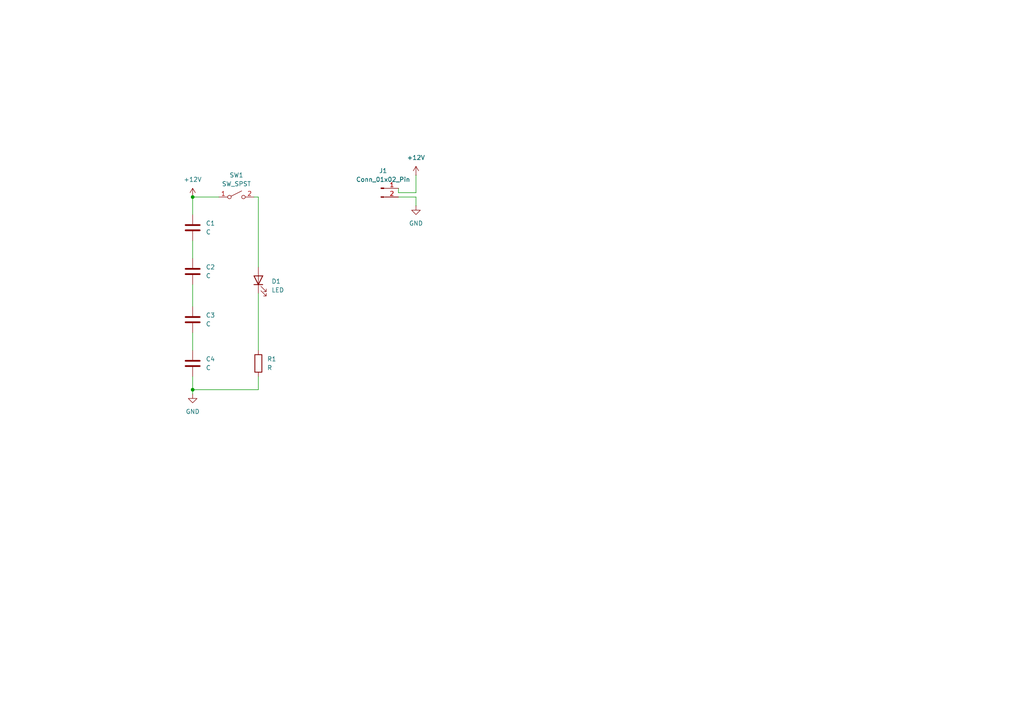
<source format=kicad_sch>
(kicad_sch (version 20250114) (generator "eeschema") (generator_version "9.0")
  (paper "A4")
  (lib_symbols
    (symbol "Connector:Conn_01x02_Pin" (pin_names (offset 1.016) (hide yes))
      (property "Reference" "J" (at 0 2.54 0))
      (property "Value" "Conn_01x02_Pin" (at 0 -5.08 0))
      (symbol "Conn_01x02_Pin_1_1"
        (rectangle (start 0.8636 0.127) (end 0 -0.127) (stroke (width 0.1524)) (fill (type outline)))
        (rectangle (start 0.8636 -2.413) (end 0 -2.667) (stroke (width 0.1524)) (fill (type outline)))
        (polyline (pts (xy 1.27 0) (xy 0.8636 0)) (stroke (width 0.1524)))
        (polyline (pts (xy 1.27 -2.54) (xy 0.8636 -2.54)) (stroke (width 0.1524)))
        (pin passive line (at 5.08 0 180) (length 3.81) (name "Pin_1") (number "1"))
        (pin passive line (at 5.08 -2.54 180) (length 3.81) (name "Pin_2") (number "2"))
      )
    )
    (symbol "Device:C" (pin_numbers (hide yes)) (pin_names (offset 0.254))
      (property "Reference" "C" (at 0.635 2.54 0))
      (property "Value" "C" (at 0.635 -2.54 0))
      (symbol "C_0_1"
        (polyline (pts (xy -2.032 0.762) (xy 2.032 0.762)) (stroke (width 0.508)))
        (polyline (pts (xy -2.032 -0.762) (xy 2.032 -0.762)) (stroke (width 0.508)))
      )
      (symbol "C_1_1"
        (pin passive line (at 0 3.81 270) (length 2.794) (name "~") (number "1"))
        (pin passive line (at 0 -3.81 90) (length 2.794) (name "~") (number "2"))
      )
    )
    (symbol "Device:LED" (pin_numbers (hide yes)) (pin_names (offset 1.016) (hide yes))
      (property "Reference" "D" (at 0 2.54 0))
      (property "Value" "LED" (at 0 -2.54 0))
      (symbol "LED_0_1"
        (polyline (pts (xy -3.048 -0.762) (xy -4.572 -2.286) (xy -3.81 -2.286) (xy -4.572 -2.286) (xy -4.572 -1.524)))
        (polyline (pts (xy -1.778 -0.762) (xy -3.302 -2.286) (xy -2.54 -2.286) (xy -3.302 -2.286) (xy -3.302 -1.524)))
        (polyline (pts (xy -1.27 0) (xy 1.27 0)))
        (polyline (pts (xy -1.27 -1.27) (xy -1.27 1.27)) (stroke (width 0.254)))
        (polyline (pts (xy 1.27 -1.27) (xy 1.27 1.27) (xy -1.27 0) (xy 1.27 -1.27)) (stroke (width 0.254)))
      )
      (symbol "LED_1_1"
        (pin passive line (at -3.81 0 0) (length 2.54) (name "K") (number "1"))
        (pin passive line (at 3.81 0 180) (length 2.54) (name "A") (number "2"))
      )
    )
    (symbol "Device:R" (pin_numbers (hide yes)) (pin_names (offset 0))
      (property "Reference" "R" (at 2.032 0 90))
      (property "Value" "R" (at 0 0 90))
      (symbol "R_0_1"
        (rectangle (start -1.016 -2.54) (end 1.016 2.54) (stroke (width 0.254)))
      )
      (symbol "R_1_1"
        (pin passive line (at 0 3.81 270) (length 1.27) (name "~") (number "1"))
        (pin passive line (at 0 -3.81 90) (length 1.27) (name "~") (number "2"))
      )
    )
    (symbol "Switch:SW_SPST" (pin_names (offset 0) (hide yes))
      (property "Reference" "SW" (at 0 3.175 0))
      (property "Value" "SW_SPST" (at 0 -2.54 0))
      (symbol "SW_SPST_0_0"
        (circle (center -2.032 0) (radius 0.508))
        (polyline (pts (xy -1.524 0.254) (xy 1.524 1.778)))
        (circle (center 2.032 0) (radius 0.508))
      )
      (symbol "SW_SPST_1_1"
        (pin passive line (at -5.08 0 0) (length 2.54) (name "A") (number "1"))
        (pin passive line (at 5.08 0 180) (length 2.54) (name "B") (number "2"))
      )
    )
    (symbol "power:+12V" (power) (pin_numbers (hide yes)) (pin_names (offset 0) (hide yes))
      (property "Value" "+12V" (at 0 3.556 0))
      (symbol "+12V_0_1"
        (polyline (pts (xy -0.762 1.27) (xy 0 2.54)))
        (polyline (pts (xy 0 2.54) (xy 0.762 1.27)))
        (polyline (pts (xy 0 0) (xy 0 2.54)))
      )
      (symbol "+12V_1_1"
        (pin power_in line (at 0 0 90) (length 0) (name "~") (number "1"))
      )
    )
    (symbol "power:GND" (power) (pin_numbers (hide yes)) (pin_names (offset 0) (hide yes))
      (property "Value" "GND" (at 0 -3.81 0))
      (symbol "GND_0_1"
        (polyline (pts (xy 0 0) (xy 0 -1.27) (xy 1.27 -1.27) (xy 0 -2.54) (xy -1.27 -1.27) (xy 0 -1.27)))
      )
      (symbol "GND_1_1"
        (pin power_in line (at 0 0 270) (length 0) (name "~") (number "1"))
      )
    )
  )
  (junction (at 55.88 113.03))
  (junction (at 55.88 57.15))
  (wire (pts (xy 120.65 57.15) (xy 120.65 59.69)))
  (wire (pts (xy 55.88 113.03) (xy 74.93 113.03)))
  (wire (pts (xy 55.88 109.22) (xy 55.88 113.03)))
  (wire (pts (xy 115.57 55.88) (xy 120.65 55.88)))
  (wire (pts (xy 115.57 57.15) (xy 120.65 57.15)))
  (wire (pts (xy 55.88 96.52) (xy 55.88 101.6)))
  (wire (pts (xy 55.88 57.15) (xy 55.88 62.23)))
  (wire (pts (xy 74.93 113.03) (xy 74.93 109.22)))
  (wire (pts (xy 74.93 57.15) (xy 73.66 57.15)))
  (wire (pts (xy 55.88 82.55) (xy 55.88 88.9)))
  (wire (pts (xy 120.65 55.88) (xy 120.65 50.8)))
  (wire (pts (xy 74.93 85.09) (xy 74.93 101.6)))
  (wire (pts (xy 55.88 69.85) (xy 55.88 74.93)))
  (wire (pts (xy 115.57 55.88) (xy 115.57 54.61)))
  (wire (pts (xy 55.88 57.15) (xy 63.5 57.15)))
  (wire (pts (xy 74.93 77.47) (xy 74.93 57.15)))
  (wire (pts (xy 55.88 113.03) (xy 55.88 114.3)))
  (symbol (lib_id "Device:R") (at 74.93 105.41 0) (unit 1)
    (property "Reference" "R1" (at 77.47 104.1399 0) (effects (justify left)))
    (property "Value" "R" (at 77.47 106.6799 0) (effects (justify left)))
    (property "Footprint" "Libraryy:Through Hole Resistor" (effects (hide yes)))
    (property "Description" "Resistor" (effects (hide yes)))
  )
  (symbol (lib_id "power:GND") (at 55.88 114.3 0) (unit 1)
    (property "Reference" "#PWR03" (effects (hide yes)))
    (property "Value" "GND" (at 55.88 119.38 0))
    (property "Description" "Power symbol creates a global label with name \"GND\" , ground" (effects (hide yes)))
  )
  (symbol (lib_id "Switch:SW_SPST") (at 68.58 57.15 0) (unit 1)
    (property "Reference" "SW1" (at 68.58 50.8 0))
    (property "Value" "SW_SPST" (at 68.58 53.34 0))
    (property "Footprint" "Libraryy:SPST Through Hole Switch" (effects (hide yes)))
    (property "Description" "Single Pole Single Throw (SPST) switch" (effects (hide yes)))
  )
  (symbol (lib_id "Device:C") (at 55.88 78.74 0) (unit 1)
    (property "Reference" "C2" (at 59.69 77.4699 0) (effects (justify left)))
    (property "Value" "C" (at 59.69 80.0099 0) (effects (justify left)))
    (property "Footprint" "Libraryy:SupeCapacitor Through Hole" (effects (hide yes)))
    (property "Description" "Unpolarized capacitor" (effects (hide yes)))
  )
  (symbol (lib_id "Device:C") (at 55.88 66.04 0) (unit 1)
    (property "Reference" "C1" (at 59.69 64.7699 0) (effects (justify left)))
    (property "Value" "C" (at 59.69 67.3099 0) (effects (justify left)))
    (property "Footprint" "Libraryy:SupeCapacitor Through Hole" (effects (hide yes)))
    (property "Description" "Unpolarized capacitor" (effects (hide yes)))
  )
  (symbol (lib_id "power:+12V") (at 120.65 50.8 0) (unit 1)
    (property "Reference" "#PWR02" (effects (hide yes)))
    (property "Value" "+12V" (at 120.65 45.72 0))
    (property "Description" "Power symbol creates a global label with name \"+12V\"" (effects (hide yes)))
  )
  (symbol (lib_id "Device:C") (at 55.88 92.71 0) (unit 1)
    (property "Reference" "C3" (at 59.69 91.4399 0) (effects (justify left)))
    (property "Value" "C" (at 59.69 93.9799 0) (effects (justify left)))
    (property "Footprint" "Libraryy:SupeCapacitor Through Hole" (effects (hide yes)))
    (property "Description" "Unpolarized capacitor" (effects (hide yes)))
  )
  (symbol (lib_id "Device:C") (at 55.88 105.41 0) (unit 1)
    (property "Reference" "C4" (at 59.69 104.1399 0) (effects (justify left)))
    (property "Value" "C" (at 59.69 106.6799 0) (effects (justify left)))
    (property "Footprint" "Libraryy:SupeCapacitor Through Hole" (effects (hide yes)))
    (property "Description" "Unpolarized capacitor" (effects (hide yes)))
  )
  (symbol (lib_id "Connector:Conn_01x02_Pin") (at 110.49 54.61 0) (unit 1)
    (property "Reference" "J1" (at 111.125 49.53 0))
    (property "Value" "Conn_01x02_Pin" (at 111.125 52.07 0))
    (property "Footprint" "Libraryy:XT30PW-F" (effects (hide yes)))
    (property "Description" "Generic connector, single row, 01x02, script generated" (effects (hide yes)))
  )
  (symbol (lib_id "Device:LED") (at 74.93 81.28 90) (unit 1)
    (property "Reference" "D1" (at 78.74 81.5974 90) (effects (justify right)))
    (property "Value" "LED" (at 78.74 84.1374 90) (effects (justify right)))
    (property "Footprint" "Libraryy:LED Through Hole" (effects (hide yes)))
    (property "Description" "Light emitting diode" (effects (hide yes)))
    (property "Sim.Pins" "1=K 2=A" (effects (hide yes)))
  )
  (symbol (lib_id "power:+12V") (at 55.88 57.15 0) (unit 1)
    (property "Reference" "#PWR01" (effects (hide yes)))
    (property "Value" "+12V" (at 55.88 52.07 0))
    (property "Description" "Power symbol creates a global label with name \"+12V\"" (effects (hide yes)))
  )
  (symbol (lib_id "power:GND") (at 120.65 59.69 0) (unit 1)
    (property "Reference" "#PWR04" (effects (hide yes)))
    (property "Value" "GND" (at 120.65 64.77 0))
    (property "Description" "Power symbol creates a global label with name \"GND\" , ground" (effects (hide yes)))
  )
)
</source>
